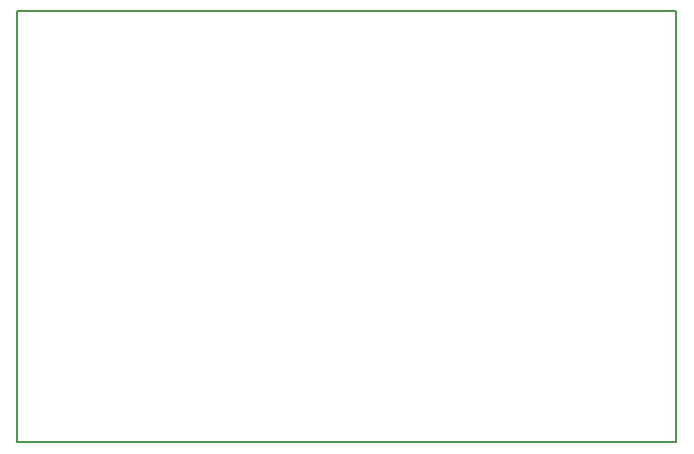
<source format=gbr>
G04 #@! TF.FileFunction,Profile,NP*
%FSLAX46Y46*%
G04 Gerber Fmt 4.6, Leading zero omitted, Abs format (unit mm)*
G04 Created by KiCad (PCBNEW 4.0.7) date Tue May  5 03:45:28 2020*
%MOMM*%
%LPD*%
G01*
G04 APERTURE LIST*
%ADD10C,0.100000*%
%ADD11C,0.150000*%
G04 APERTURE END LIST*
D10*
D11*
X99000000Y-86500000D02*
X99500000Y-86500000D01*
X99000000Y-123000000D02*
X99000000Y-86500000D01*
X154800000Y-123000000D02*
X99000000Y-123000000D01*
X154800000Y-86500000D02*
X154800000Y-123000000D01*
X99300000Y-86500000D02*
X154800000Y-86500000D01*
M02*

</source>
